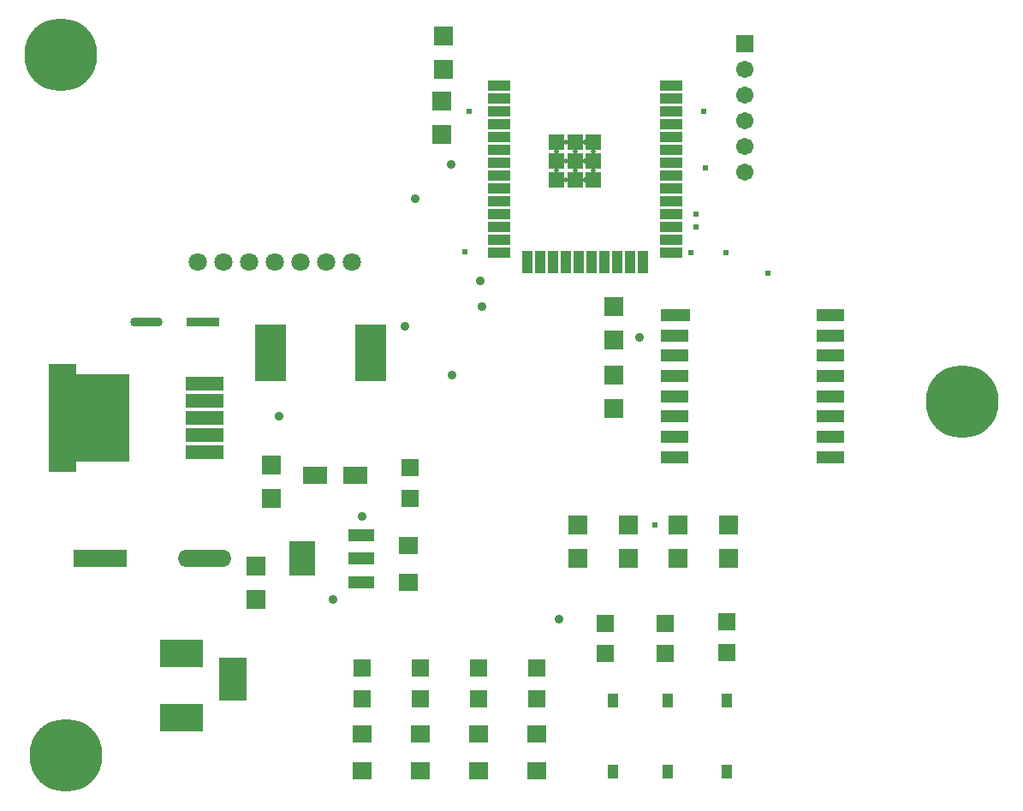
<source format=gts>
G04*
G04 #@! TF.GenerationSoftware,Altium Limited,Altium Designer,21.3.2 (30)*
G04*
G04 Layer_Color=8388736*
%FSTAX24Y24*%
%MOIN*%
G70*
G04*
G04 #@! TF.SameCoordinates,F68421FC-E499-4976-B511-058DC5D6CA2F*
G04*
G04*
G04 #@! TF.FilePolarity,Negative*
G04*
G01*
G75*
%ADD43R,0.0604X0.0604*%
%ADD44R,0.0867X0.0434*%
%ADD45R,0.0434X0.0867*%
%ADD46R,0.0749X0.0749*%
%ADD47R,0.1220X0.2210*%
%ADD48R,0.1261X0.0356*%
%ADD49O,0.1261X0.0356*%
%ADD50R,0.1025X0.0474*%
%ADD51R,0.1025X0.1379*%
%ADD52R,0.2080X0.0671*%
%ADD53O,0.2080X0.0671*%
%ADD54R,0.0710X0.0671*%
%ADD55R,0.0730X0.0680*%
%ADD56R,0.0395X0.0552*%
%ADD57R,0.1104X0.0513*%
%ADD58R,0.1182X0.0513*%
%ADD59R,0.0966X0.0690*%
%ADD60R,0.1458X0.0552*%
%ADD61R,0.1064X0.4214*%
%ADD62R,0.2639X0.3426*%
%ADD63C,0.0276*%
%ADD64C,0.2835*%
%ADD65C,0.0198*%
%ADD66C,0.0709*%
%ADD67R,0.1080X0.1680*%
%ADD68R,0.1680X0.1080*%
%ADD69R,0.0671X0.0671*%
%ADD70C,0.0671*%
%ADD71C,0.0237*%
%ADD72C,0.0356*%
D43*
X048172Y034155D02*
D03*
X04745D02*
D03*
X048895Y034878D02*
D03*
X048172D02*
D03*
X04745D02*
D03*
X048895Y0356D02*
D03*
X048172D02*
D03*
X04745D02*
D03*
X048895Y034155D02*
D03*
D44*
X051913Y03783D02*
D03*
Y03733D02*
D03*
Y03683D02*
D03*
Y03633D02*
D03*
Y03583D02*
D03*
Y03533D02*
D03*
Y03483D02*
D03*
Y03433D02*
D03*
Y03383D02*
D03*
Y03333D02*
D03*
Y03283D02*
D03*
Y03233D02*
D03*
Y03183D02*
D03*
Y03133D02*
D03*
X04522D02*
D03*
Y03183D02*
D03*
Y03233D02*
D03*
Y03283D02*
D03*
Y03333D02*
D03*
Y03383D02*
D03*
Y03433D02*
D03*
Y03483D02*
D03*
Y03533D02*
D03*
Y03583D02*
D03*
Y03633D02*
D03*
Y03683D02*
D03*
Y03733D02*
D03*
Y03783D02*
D03*
D45*
X050816Y030937D02*
D03*
X050316D02*
D03*
X049816D02*
D03*
X049316D02*
D03*
X048816D02*
D03*
X048316D02*
D03*
X047816D02*
D03*
X047316D02*
D03*
X046816D02*
D03*
X046316D02*
D03*
D46*
X04305Y03845D02*
D03*
Y03975D02*
D03*
X03635Y02305D02*
D03*
Y02175D02*
D03*
X03575Y017801D02*
D03*
Y0191D02*
D03*
X05415Y0194D02*
D03*
Y0207D02*
D03*
X0522Y0194D02*
D03*
Y0207D02*
D03*
X05025Y0194D02*
D03*
Y0207D02*
D03*
X0483Y0194D02*
D03*
Y0207D02*
D03*
X0497Y0279D02*
D03*
Y029199D02*
D03*
Y02655D02*
D03*
Y02525D02*
D03*
X043Y0359D02*
D03*
Y0372D02*
D03*
D47*
X04023Y027424D02*
D03*
X03633D02*
D03*
D48*
X0337Y0286D02*
D03*
D49*
X0315D02*
D03*
D50*
X039842Y018494D02*
D03*
Y0194D02*
D03*
Y020306D02*
D03*
D51*
X037558Y0194D02*
D03*
D52*
X0297D02*
D03*
D53*
X03375D02*
D03*
D54*
X0517Y016891D02*
D03*
Y015709D02*
D03*
X0399Y013959D02*
D03*
Y015141D02*
D03*
X042167D02*
D03*
Y013959D02*
D03*
X0467Y015141D02*
D03*
Y013959D02*
D03*
X044433Y015141D02*
D03*
Y013959D02*
D03*
X04935Y015709D02*
D03*
Y016891D02*
D03*
X0541Y015759D02*
D03*
Y016941D02*
D03*
X04175Y022941D02*
D03*
Y021759D02*
D03*
D55*
X0399Y01257D02*
D03*
Y01115D02*
D03*
X044433D02*
D03*
Y01257D02*
D03*
X042167D02*
D03*
Y01115D02*
D03*
X0467D02*
D03*
Y01257D02*
D03*
X0417Y01848D02*
D03*
Y0199D02*
D03*
D56*
X04965Y011122D02*
D03*
Y013878D02*
D03*
X0518Y011122D02*
D03*
Y013878D02*
D03*
X0541Y011122D02*
D03*
Y013878D02*
D03*
D57*
X058113Y028874D02*
D03*
Y028087D02*
D03*
Y0273D02*
D03*
Y026512D02*
D03*
Y025725D02*
D03*
Y024937D02*
D03*
Y02415D02*
D03*
Y023363D02*
D03*
X05205D02*
D03*
Y02415D02*
D03*
Y024937D02*
D03*
Y025725D02*
D03*
Y026512D02*
D03*
Y0273D02*
D03*
Y028087D02*
D03*
D58*
X052089Y028874D02*
D03*
D59*
X039625Y02265D02*
D03*
X03805D02*
D03*
D60*
X03375Y023542D02*
D03*
Y024211D02*
D03*
Y024881D02*
D03*
Y02555D02*
D03*
Y026219D02*
D03*
D61*
X028228Y024881D02*
D03*
D62*
X029508D02*
D03*
D63*
X029485Y011835D02*
D03*
X029128Y012599D02*
D03*
X028335Y012885D02*
D03*
X027572Y012528D02*
D03*
X027285Y011735D02*
D03*
X027643Y010972D02*
D03*
X028435Y010685D02*
D03*
X029199Y011043D02*
D03*
X028999Y038293D02*
D03*
X028235Y037935D02*
D03*
X027443Y038222D02*
D03*
X027085Y038985D02*
D03*
X027372Y039778D02*
D03*
X028135Y040135D02*
D03*
X028928Y039849D02*
D03*
X029285Y039085D02*
D03*
X064063Y024758D02*
D03*
X0633Y0244D02*
D03*
X062508Y024687D02*
D03*
X06215Y02545D02*
D03*
X062437Y026242D02*
D03*
X0632Y0266D02*
D03*
X063992Y026313D02*
D03*
X06435Y02555D02*
D03*
D64*
X02835Y01175D02*
D03*
X02815Y039D02*
D03*
X06325Y0255D02*
D03*
D65*
X048534Y034155D02*
D03*
X047811D02*
D03*
X048895Y034516D02*
D03*
X048172D02*
D03*
X04745D02*
D03*
X048534Y034878D02*
D03*
X047811D02*
D03*
X048895Y035239D02*
D03*
X048172D02*
D03*
X04745D02*
D03*
X048534Y0356D02*
D03*
X047811D02*
D03*
D66*
X0395Y03095D02*
D03*
X0385D02*
D03*
X0375D02*
D03*
X0365D02*
D03*
X0355D02*
D03*
X0345D02*
D03*
X0335D02*
D03*
D67*
X03485Y0147D02*
D03*
D68*
X03285Y0132D02*
D03*
Y0157D02*
D03*
D69*
X0548Y03945D02*
D03*
D70*
Y03845D02*
D03*
Y03745D02*
D03*
Y03645D02*
D03*
Y03545D02*
D03*
Y03445D02*
D03*
D71*
X0529Y0323D02*
D03*
X04405Y0368D02*
D03*
X0439Y03135D02*
D03*
X0557Y0305D02*
D03*
X0527Y0313D02*
D03*
X0529Y0328D02*
D03*
X0532Y0368D02*
D03*
X05325Y0346D02*
D03*
X0483Y0194D02*
D03*
X039628Y022613D02*
D03*
X05405Y0313D02*
D03*
X0513Y0207D02*
D03*
X0517Y015709D02*
D03*
X0581Y0281D02*
D03*
D72*
X0445Y0302D02*
D03*
X04195Y0334D02*
D03*
X04335Y03475D02*
D03*
X03633Y027424D02*
D03*
X0434Y02655D02*
D03*
X04155Y02845D02*
D03*
X0399Y02105D02*
D03*
X038Y02265D02*
D03*
X0507Y028D02*
D03*
X0498Y0253D02*
D03*
X04755Y01705D02*
D03*
X04455Y0292D02*
D03*
X05415Y0194D02*
D03*
X0522Y0194D02*
D03*
X04175Y022941D02*
D03*
X03665Y02495D02*
D03*
X03875Y017801D02*
D03*
X0497Y02655D02*
D03*
X04935Y016891D02*
D03*
M02*

</source>
